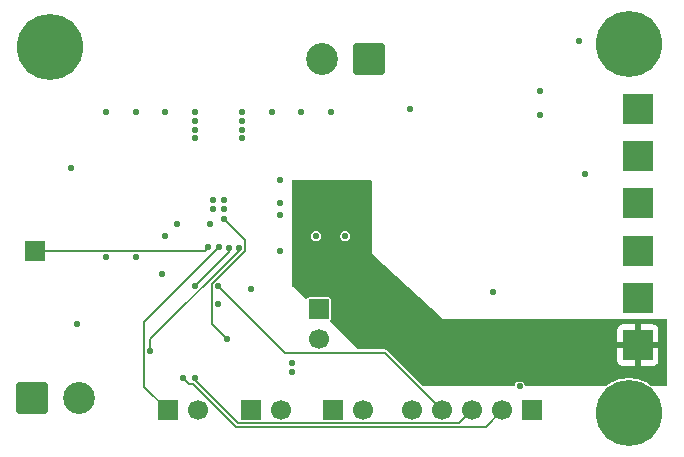
<source format=gbr>
%TF.GenerationSoftware,KiCad,Pcbnew,9.0.6+1*%
%TF.CreationDate,Date%
%TF.ProjectId,solar_smart_station,736f6c61-725f-4736-9d61-72745f737461,+ (Unreleased)*%
%TF.SameCoordinates,Original*%
%TF.FileFunction,Copper,L4,Bot*%
%TF.FilePolarity,Positive*%
%FSLAX46Y46*%
G04 Gerber Fmt 4.6, Leading zero omitted, Abs format (unit mm)*
G04 Created by KiCad*
%MOMM*%
%LPD*%
G01*
G04 APERTURE LIST*
G04 Aperture macros list*
%AMRoundRect*
0 Rectangle with rounded corners*
0 $1 Rounding radius*
0 $2 $3 $4 $5 $6 $7 $8 $9 X,Y pos of 4 corners*
0 Add a 4 corners polygon primitive as box body*
4,1,4,$2,$3,$4,$5,$6,$7,$8,$9,$2,$3,0*
0 Add four circle primitives for the rounded corners*
1,1,$1+$1,$2,$3*
1,1,$1+$1,$4,$5*
1,1,$1+$1,$6,$7*
1,1,$1+$1,$8,$9*
0 Add four rect primitives between the rounded corners*
20,1,$1+$1,$2,$3,$4,$5,0*
20,1,$1+$1,$4,$5,$6,$7,0*
20,1,$1+$1,$6,$7,$8,$9,0*
20,1,$1+$1,$8,$9,$2,$3,0*%
G04 Aperture macros list end*
%TA.AperFunction,ComponentPad*%
%ADD10R,2.500000X2.500000*%
%TD*%
%TA.AperFunction,ComponentPad*%
%ADD11C,3.600000*%
%TD*%
%TA.AperFunction,ConnectorPad*%
%ADD12C,5.600000*%
%TD*%
%TA.AperFunction,ComponentPad*%
%ADD13R,1.700000X1.700000*%
%TD*%
%TA.AperFunction,ComponentPad*%
%ADD14C,1.700000*%
%TD*%
%TA.AperFunction,ComponentPad*%
%ADD15RoundRect,0.250001X1.099999X1.099999X-1.099999X1.099999X-1.099999X-1.099999X1.099999X-1.099999X0*%
%TD*%
%TA.AperFunction,ComponentPad*%
%ADD16C,2.700000*%
%TD*%
%TA.AperFunction,ComponentPad*%
%ADD17RoundRect,0.250001X-1.099999X-1.099999X1.099999X-1.099999X1.099999X1.099999X-1.099999X1.099999X0*%
%TD*%
%TA.AperFunction,ViaPad*%
%ADD18C,0.550000*%
%TD*%
%TA.AperFunction,Conductor*%
%ADD19C,0.160000*%
%TD*%
%TA.AperFunction,Conductor*%
%ADD20C,0.200000*%
%TD*%
G04 APERTURE END LIST*
D10*
%TO.P,H4,1,1*%
%TO.N,Net-(H4-Pad1)*%
X84000000Y-163500000D03*
%TD*%
D11*
%TO.P,H8,1,1*%
%TO.N,unconnected-(H8-Pad1)_2*%
X83250000Y-150000000D03*
D12*
%TO.N,unconnected-(H8-Pad1)_1*%
X83250000Y-150000000D03*
%TD*%
D10*
%TO.P,H2,1,1*%
%TO.N,Net-(H2-Pad1)*%
X84000000Y-171500000D03*
%TD*%
%TO.P,H6,1,1*%
%TO.N,-BATT*%
X84000000Y-155500000D03*
%TD*%
D13*
%TO.P,J2,1,Pin_1*%
%TO.N,REGN_5V*%
X57000000Y-172475000D03*
D14*
%TO.P,J2,2,Pin_2*%
%TO.N,LDO_IN*%
X57000000Y-175015000D03*
%TD*%
D10*
%TO.P,H1,1,1*%
%TO.N,BATTERY_PACK*%
X84000000Y-175500000D03*
%TD*%
D13*
%TO.P,J3,1,Pin_1*%
%TO.N,VCC*%
X75080000Y-181000000D03*
D14*
%TO.P,J3,2,Pin_2*%
%TO.N,SWDIO*%
X72540000Y-181000000D03*
%TO.P,J3,3,Pin_3*%
%TO.N,SWCLK*%
X70000000Y-181000000D03*
%TO.P,J3,4,Pin_4*%
%TO.N,RST*%
X67460000Y-181000000D03*
%TO.P,J3,5,Pin_5*%
%TO.N,GND*%
X64920000Y-181000000D03*
%TD*%
D10*
%TO.P,H3,1,1*%
%TO.N,Net-(H3-Pad1)*%
X84000000Y-167500000D03*
%TD*%
D13*
%TO.P,J5,1,Pin_1*%
%TO.N,THERMISTOR_2*%
X58225000Y-181000000D03*
D14*
%TO.P,J5,2,Pin_2*%
%TO.N,GND*%
X60765000Y-181000000D03*
%TD*%
D11*
%TO.P,H7,1,1*%
%TO.N,GND*%
X34250000Y-150250000D03*
D12*
X34250000Y-150250000D03*
%TD*%
D10*
%TO.P,H5,1,1*%
%TO.N,Net-(H5-Pad1)*%
X84000000Y-159500000D03*
%TD*%
D13*
%TO.P,J1,1,Pin_1*%
%TO.N,CE_N*%
X44210000Y-181000000D03*
D14*
%TO.P,J1,2,Pin_2*%
%TO.N,GND*%
X46750000Y-181000000D03*
%TD*%
D11*
%TO.P,H9,1,1*%
%TO.N,GND*%
X83250000Y-181250000D03*
D12*
X83250000Y-181250000D03*
%TD*%
D13*
%TO.P,TP1,1,1*%
%TO.N,/Project Architecture/SolarCharger/QON*%
X33000000Y-167500000D03*
%TD*%
%TO.P,J4,1,Pin_1*%
%TO.N,THERMISTOR*%
X51225000Y-181000000D03*
D14*
%TO.P,J4,2,Pin_2*%
%TO.N,GND*%
X53765000Y-181000000D03*
%TD*%
D15*
%TO.P,JST2,1,Pin_1*%
%TO.N,SYSTEM_LOAD*%
X61257500Y-151300000D03*
D16*
%TO.P,JST2,2,Pin_2*%
%TO.N,GND*%
X57297500Y-151300000D03*
%TD*%
D17*
%TO.P,JST1,1,Pin_1*%
%TO.N,+21V*%
X32742500Y-179950000D03*
D16*
%TO.P,JST1,2,Pin_2*%
%TO.N,GND*%
X36702500Y-179950000D03*
%TD*%
D18*
%TO.N,GND*%
X39000000Y-155750000D03*
X53750000Y-163500000D03*
X59250000Y-166250000D03*
X41500000Y-168015000D03*
X55500000Y-155750000D03*
X44000000Y-155750000D03*
X58000000Y-155750000D03*
X36500000Y-173750000D03*
X54750000Y-177750000D03*
X39000000Y-168015000D03*
X53000000Y-155750000D03*
X54750000Y-177000000D03*
X56750000Y-166250000D03*
X53750000Y-161500000D03*
X47750000Y-165250000D03*
X41500000Y-155750000D03*
%TO.N,Net-(U1-SW1)*%
X48050002Y-163250000D03*
X46500000Y-155750000D03*
X45000000Y-165250000D03*
X46500000Y-158000000D03*
X46500000Y-157250000D03*
X48050002Y-163949998D03*
X46500000Y-156500000D03*
%TO.N,Net-(U1-SW2)*%
X48950000Y-163250000D03*
X50500000Y-156500000D03*
X50500000Y-157250000D03*
X50500000Y-158000000D03*
X53750000Y-164500000D03*
X50500000Y-155750000D03*
X48950000Y-163950000D03*
%TO.N,BATTERY_PACK*%
X59750000Y-163000000D03*
X56750000Y-163750000D03*
X58750000Y-163750000D03*
X60750000Y-163750000D03*
X55750000Y-163750000D03*
X57750000Y-163000000D03*
X60750000Y-163000000D03*
X60750000Y-162250000D03*
X56750000Y-163000000D03*
X57750000Y-163750000D03*
X55750000Y-163000000D03*
X58750000Y-163000000D03*
X59750000Y-163750000D03*
%TO.N,+3V3*%
X48499000Y-172000000D03*
X74000000Y-179000000D03*
X43750000Y-169500000D03*
X51250000Y-170750000D03*
%TO.N,REGN_5V*%
X36000000Y-160500000D03*
X53750000Y-167500000D03*
X44000000Y-166250000D03*
%TO.N,/Project Architecture/SolarCharger/QON*%
X47640540Y-167215154D03*
%TO.N,-BATT*%
X79500000Y-161000000D03*
X75750000Y-156000000D03*
X79000000Y-149750000D03*
X64750000Y-155500000D03*
X71750000Y-171000000D03*
X75750000Y-154000000D03*
%TO.N,CE_N*%
X48533841Y-167230993D03*
%TO.N,RST*%
X48500000Y-170500000D03*
%TO.N,SWDIO*%
X45500000Y-178250000D03*
%TO.N,SWCLK*%
X46500000Y-178250000D03*
%TO.N,SCL*%
X49385961Y-167246832D03*
X46500000Y-170500000D03*
%TO.N,INT_N*%
X49250000Y-175000000D03*
X48948814Y-164846338D03*
%TO.N,SDA*%
X50218376Y-167239664D03*
X42750000Y-176000000D03*
%TD*%
D19*
%TO.N,/Project Architecture/SolarCharger/QON*%
X47355694Y-167500000D02*
X33000000Y-167500000D01*
X47640540Y-167215154D02*
X47355694Y-167500000D01*
%TO.N,CE_N*%
X42234000Y-179009000D02*
X44225000Y-181000000D01*
X48533841Y-167230993D02*
X42234000Y-173530834D01*
X42234000Y-173530834D02*
X42234000Y-179009000D01*
D20*
%TO.N,RST*%
X54126000Y-176126000D02*
X62586000Y-176126000D01*
X48500000Y-170500000D02*
X54126000Y-176126000D01*
X62586000Y-176126000D02*
X67460000Y-181000000D01*
D19*
%TO.N,SWDIO*%
X71128000Y-182412000D02*
X72540000Y-181000000D01*
X46016000Y-178766000D02*
X46355038Y-178766000D01*
X50001038Y-182412000D02*
X71128000Y-182412000D01*
X45500000Y-178250000D02*
X46016000Y-178766000D01*
X46355038Y-178766000D02*
X50001038Y-182412000D01*
%TO.N,SWCLK*%
X46500000Y-178250000D02*
X46500000Y-178457000D01*
X46500000Y-178457000D02*
X50134000Y-182091000D01*
X50134000Y-182091000D02*
X68909000Y-182091000D01*
X68909000Y-182091000D02*
X70000000Y-181000000D01*
D20*
%TO.N,SCL*%
X49385961Y-167614039D02*
X49385961Y-167246832D01*
X46500000Y-170500000D02*
X49385961Y-167614039D01*
D19*
%TO.N,INT_N*%
X47984000Y-170286265D02*
X47984000Y-173734000D01*
X50734376Y-166631900D02*
X50734376Y-167535889D01*
X47984000Y-173734000D02*
X49250000Y-175000000D01*
X50734376Y-167535889D02*
X47984000Y-170286265D01*
X48948814Y-164846338D02*
X50734376Y-166631900D01*
%TO.N,SDA*%
X50218376Y-167511359D02*
X42750000Y-174979735D01*
X42750000Y-174979735D02*
X42750000Y-176000000D01*
X50218376Y-167239664D02*
X50218376Y-167511359D01*
%TD*%
%TA.AperFunction,Conductor*%
%TO.N,BATTERY_PACK*%
G36*
X61443039Y-161519685D02*
G01*
X61488794Y-161572489D01*
X61500000Y-161624000D01*
X61500000Y-167750000D01*
X67500000Y-173250000D01*
X86375500Y-173250000D01*
X86442539Y-173269685D01*
X86488294Y-173322489D01*
X86499500Y-173374000D01*
X86499500Y-178876000D01*
X86479815Y-178943039D01*
X86427011Y-178988794D01*
X86375500Y-179000000D01*
X85220253Y-179000000D01*
X85153214Y-178980315D01*
X85142940Y-178972947D01*
X85131321Y-178963681D01*
X84965856Y-178831727D01*
X84684306Y-178654818D01*
X84684303Y-178654816D01*
X84384723Y-178510546D01*
X84070874Y-178400725D01*
X84070862Y-178400721D01*
X83820675Y-178343618D01*
X83746684Y-178326730D01*
X83746680Y-178326729D01*
X83746671Y-178326728D01*
X83416262Y-178289500D01*
X83416258Y-178289500D01*
X83083742Y-178289500D01*
X83083737Y-178289500D01*
X82753328Y-178326728D01*
X82753316Y-178326730D01*
X82429137Y-178400721D01*
X82429125Y-178400725D01*
X82115276Y-178510546D01*
X81815696Y-178654816D01*
X81534145Y-178831726D01*
X81357060Y-178972947D01*
X81292373Y-178999356D01*
X81279747Y-179000000D01*
X74546011Y-179000000D01*
X74478972Y-178980315D01*
X74433217Y-178927511D01*
X74426238Y-178908100D01*
X74405821Y-178831903D01*
X74405820Y-178831901D01*
X74405818Y-178831896D01*
X74348491Y-178732603D01*
X74348485Y-178732595D01*
X74267404Y-178651514D01*
X74267396Y-178651508D01*
X74168103Y-178594181D01*
X74168098Y-178594179D01*
X74140406Y-178586759D01*
X74057335Y-178564500D01*
X73942665Y-178564500D01*
X73876207Y-178582307D01*
X73831901Y-178594179D01*
X73831896Y-178594181D01*
X73732603Y-178651508D01*
X73732595Y-178651514D01*
X73651514Y-178732595D01*
X73651508Y-178732603D01*
X73594181Y-178831896D01*
X73594179Y-178831901D01*
X73589426Y-178849642D01*
X73573762Y-178908095D01*
X73537399Y-178967754D01*
X73474552Y-178998283D01*
X73453989Y-179000000D01*
X65879765Y-179000000D01*
X65812726Y-178980315D01*
X65792084Y-178963681D01*
X62733562Y-175905160D01*
X62733561Y-175905159D01*
X62637817Y-175865500D01*
X60480418Y-175865500D01*
X60452612Y-175857335D01*
X60424123Y-175851985D01*
X60416792Y-175846817D01*
X60413379Y-175845815D01*
X60395276Y-175831649D01*
X60349893Y-175788787D01*
X58761884Y-174289001D01*
X58669929Y-174202155D01*
X82250000Y-174202155D01*
X82250000Y-175250000D01*
X83451518Y-175250000D01*
X83440889Y-175268409D01*
X83400000Y-175421009D01*
X83400000Y-175578991D01*
X83440889Y-175731591D01*
X83451518Y-175750000D01*
X82250000Y-175750000D01*
X82250000Y-176797844D01*
X82256401Y-176857372D01*
X82256403Y-176857379D01*
X82306645Y-176992086D01*
X82306649Y-176992093D01*
X82392809Y-177107187D01*
X82392812Y-177107190D01*
X82507906Y-177193350D01*
X82507913Y-177193354D01*
X82642620Y-177243596D01*
X82642627Y-177243598D01*
X82702155Y-177249999D01*
X82702172Y-177250000D01*
X83750000Y-177250000D01*
X83750000Y-176048482D01*
X83768409Y-176059111D01*
X83921009Y-176100000D01*
X84078991Y-176100000D01*
X84231591Y-176059111D01*
X84250000Y-176048482D01*
X84250000Y-177250000D01*
X85297828Y-177250000D01*
X85297844Y-177249999D01*
X85357372Y-177243598D01*
X85357379Y-177243596D01*
X85492086Y-177193354D01*
X85492093Y-177193350D01*
X85607187Y-177107190D01*
X85607190Y-177107187D01*
X85693350Y-176992093D01*
X85693354Y-176992086D01*
X85743596Y-176857379D01*
X85743598Y-176857372D01*
X85749999Y-176797844D01*
X85750000Y-176797827D01*
X85750000Y-175750000D01*
X84548482Y-175750000D01*
X84559111Y-175731591D01*
X84600000Y-175578991D01*
X84600000Y-175421009D01*
X84559111Y-175268409D01*
X84548482Y-175250000D01*
X85750000Y-175250000D01*
X85750000Y-174202172D01*
X85749999Y-174202155D01*
X85743598Y-174142627D01*
X85743596Y-174142620D01*
X85693354Y-174007913D01*
X85693350Y-174007906D01*
X85607190Y-173892812D01*
X85607187Y-173892809D01*
X85492093Y-173806649D01*
X85492086Y-173806645D01*
X85357379Y-173756403D01*
X85357372Y-173756401D01*
X85297844Y-173750000D01*
X84250000Y-173750000D01*
X84250000Y-174951517D01*
X84231591Y-174940889D01*
X84078991Y-174900000D01*
X83921009Y-174900000D01*
X83768409Y-174940889D01*
X83750000Y-174951517D01*
X83750000Y-173750000D01*
X82702155Y-173750000D01*
X82642627Y-173756401D01*
X82642620Y-173756403D01*
X82507913Y-173806645D01*
X82507906Y-173806649D01*
X82392812Y-173892809D01*
X82392809Y-173892812D01*
X82306649Y-174007906D01*
X82306645Y-174007913D01*
X82256403Y-174142620D01*
X82256401Y-174142627D01*
X82250000Y-174202155D01*
X58669929Y-174202155D01*
X58002408Y-173571718D01*
X57967185Y-173511376D01*
X57970177Y-173441570D01*
X57984448Y-173412676D01*
X58001187Y-173387624D01*
X58010500Y-173340808D01*
X58010500Y-171609191D01*
X58001187Y-171562376D01*
X57997539Y-171556916D01*
X57965714Y-171509286D01*
X57912624Y-171473813D01*
X57912623Y-171473812D01*
X57865808Y-171464500D01*
X57865806Y-171464500D01*
X56134194Y-171464500D01*
X56134192Y-171464500D01*
X56087376Y-171473812D01*
X56034286Y-171509286D01*
X56032398Y-171512112D01*
X56026689Y-171516882D01*
X56025650Y-171517922D01*
X56025556Y-171517828D01*
X55978785Y-171556916D01*
X55909460Y-171565622D01*
X55846433Y-171535466D01*
X55844156Y-171533369D01*
X54788859Y-170536700D01*
X54753636Y-170476358D01*
X54750000Y-170446550D01*
X54750000Y-166192665D01*
X56314500Y-166192665D01*
X56314500Y-166307335D01*
X56336759Y-166390406D01*
X56344179Y-166418098D01*
X56344181Y-166418103D01*
X56401508Y-166517396D01*
X56401512Y-166517401D01*
X56401513Y-166517403D01*
X56482597Y-166598487D01*
X56482599Y-166598488D01*
X56482603Y-166598491D01*
X56581896Y-166655818D01*
X56581901Y-166655820D01*
X56581903Y-166655821D01*
X56692665Y-166685500D01*
X56692668Y-166685500D01*
X56807332Y-166685500D01*
X56807335Y-166685500D01*
X56918097Y-166655821D01*
X56918100Y-166655819D01*
X56918103Y-166655818D01*
X57017396Y-166598491D01*
X57017395Y-166598491D01*
X57017403Y-166598487D01*
X57098487Y-166517403D01*
X57155821Y-166418097D01*
X57185500Y-166307335D01*
X57185500Y-166192665D01*
X58814500Y-166192665D01*
X58814500Y-166307335D01*
X58836759Y-166390406D01*
X58844179Y-166418098D01*
X58844181Y-166418103D01*
X58901508Y-166517396D01*
X58901512Y-166517401D01*
X58901513Y-166517403D01*
X58982597Y-166598487D01*
X58982599Y-166598488D01*
X58982603Y-166598491D01*
X59081896Y-166655818D01*
X59081901Y-166655820D01*
X59081903Y-166655821D01*
X59192665Y-166685500D01*
X59192668Y-166685500D01*
X59307332Y-166685500D01*
X59307335Y-166685500D01*
X59418097Y-166655821D01*
X59418100Y-166655819D01*
X59418103Y-166655818D01*
X59517396Y-166598491D01*
X59517395Y-166598491D01*
X59517403Y-166598487D01*
X59598487Y-166517403D01*
X59655821Y-166418097D01*
X59685500Y-166307335D01*
X59685500Y-166192665D01*
X59655821Y-166081903D01*
X59655820Y-166081901D01*
X59655818Y-166081896D01*
X59598491Y-165982603D01*
X59598485Y-165982595D01*
X59517404Y-165901514D01*
X59517396Y-165901508D01*
X59418103Y-165844181D01*
X59418098Y-165844179D01*
X59390406Y-165836759D01*
X59307335Y-165814500D01*
X59192665Y-165814500D01*
X59126207Y-165832307D01*
X59081901Y-165844179D01*
X59081896Y-165844181D01*
X58982603Y-165901508D01*
X58982595Y-165901514D01*
X58901514Y-165982595D01*
X58901508Y-165982603D01*
X58844181Y-166081896D01*
X58844179Y-166081901D01*
X58842143Y-166089500D01*
X58814500Y-166192665D01*
X57185500Y-166192665D01*
X57155821Y-166081903D01*
X57155820Y-166081901D01*
X57155818Y-166081896D01*
X57098491Y-165982603D01*
X57098485Y-165982595D01*
X57017404Y-165901514D01*
X57017396Y-165901508D01*
X56918103Y-165844181D01*
X56918098Y-165844179D01*
X56890406Y-165836759D01*
X56807335Y-165814500D01*
X56692665Y-165814500D01*
X56626207Y-165832307D01*
X56581901Y-165844179D01*
X56581896Y-165844181D01*
X56482603Y-165901508D01*
X56482595Y-165901514D01*
X56401514Y-165982595D01*
X56401508Y-165982603D01*
X56344181Y-166081896D01*
X56344179Y-166081901D01*
X56342143Y-166089500D01*
X56314500Y-166192665D01*
X54750000Y-166192665D01*
X54750000Y-161624000D01*
X54769685Y-161556961D01*
X54822489Y-161511206D01*
X54874000Y-161500000D01*
X61376000Y-161500000D01*
X61443039Y-161519685D01*
G37*
%TD.AperFunction*%
%TD*%
M02*

</source>
